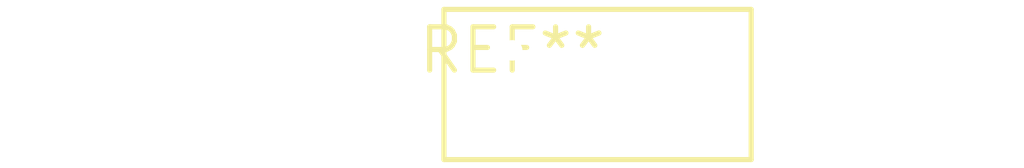
<source format=kicad_pcb>
(kicad_pcb (version 20240108) (generator pcbnew)
  (layers (0 "F.Cu" signal) (31 "B.Cu" signal) (34 "B.Paste" user) (35 "F.Paste" user) (36 "B.SilkS" user "B.Silkscreen") (37 "F.SilkS" user "F.Silkscreen") (38 "B.Mask" user) (39 "F.Mask" user) (44 "Edge.Cuts" user))
  (net 0 "")
  (footprint "RV_Disc_D9mm_W4.4mm_P5mm" (layer "F.Cu") (at 0 0)
    (property "Reference" "REF**")
    (property "Value" "RV_Disc_D9mm_W4.4mm_P5mm")
    (fp_line (start -2 -1.2) (end -2 3.2) (layer "F.SilkS") (stroke (width 0.15)))
    (fp_line (start -2 -1.2) (end 7 -1.2) (layer "F.SilkS") (stroke (width 0.15)))
    (fp_line (start -2 3.2) (end 7 3.2) (layer "F.SilkS") (stroke (width 0.15)))
    (fp_line (start 7 -1.2) (end 7 3.2) (layer "F.SilkS") (stroke (width 0.15)))
    (pad "1" thru_hole circle (at 0 0) (size 1.6 1.6) (drill 0.6) (layers *.Cu *.Mask) (remove_unused_layers))
    (pad "2" thru_hole circle (at 5 2) (size 1.6 1.6) (drill 0.6) (layers *.Cu *.Mask) (remove_unused_layers))
  )
)
</source>
